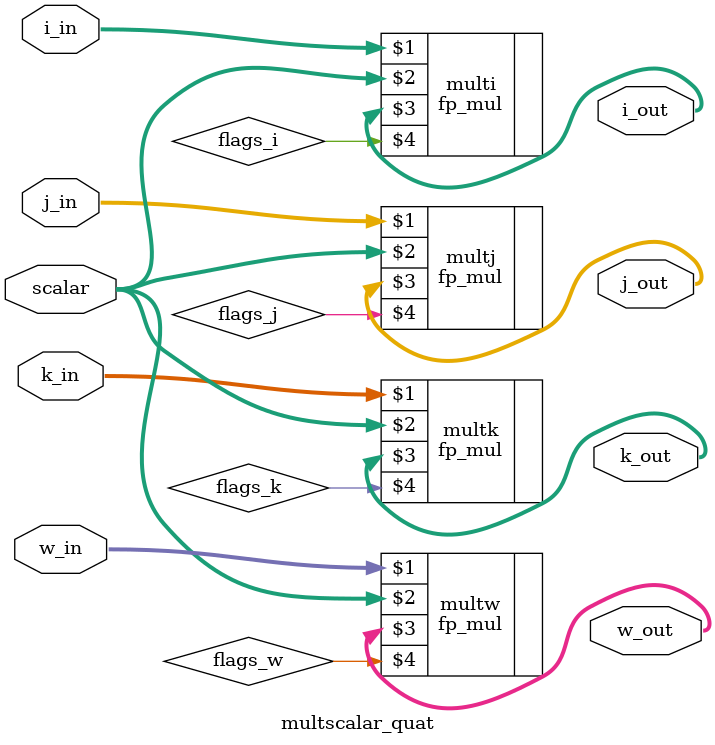
<source format=v>

`timescale 1 ps / 1 ps
module normalise_quat(w_in, i_in, j_in, k_in, w_out, i_out, j_out, k_out);

// port definitions
input[15:0] w_in;
input[15:0] i_in;
input[15:0] j_in;
input[15:0] k_in;
output[15:0] w_out;
output[15:0] i_out;
output[15:0] j_out;
output[15:0] k_out;

// internal wires
wire[15:0] w_square, i_square, j_square, k_square, wi, jk, norm, norm_inv;
wire flags_w2, flags_i2, flags_j2, flags_k2, flags_wi, flags_jk, flags_norm, flags_divw, flags_divi, flags_divj, flags_divk; 

// logic
// get squares of each element
fp_mul w2(w_in, w_in, w_square, flags_w2);
fp_mul i2(i_in, i_in, i_square, flags_i2);
fp_mul j2(j_in, j_in, j_square, flags_j2);
fp_mul k2(k_in, k_in, k_square, flags_k2);
// add them up
fp_as adder1(w_square, i_square, 1'b0, wi);
fp_as adder2(j_square, k_square, 1'b0, jk);
fp_as adder3(wi, jk, 1'b0, norm);
// get inverse square root of norm
fp_invsqrt inv1(norm, norm_inv);
// multiply each element by the sqrt of norm now
fp_mul div_w(w_in, norm_inv, w_out, flags_divw);
fp_mul div_i(i_in, norm_inv, i_out, flags_divi);
fp_mul div_j(j_in, norm_inv, j_out, flags_divj);
fp_mul div_k(k_in, norm_inv, k_out, flags_divk);

endmodule

module mult_quat(w_in1, i_in1, j_in1, k_in1, w_in2, i_in2, j_in2, k_in2, w_out, i_out, j_out, k_out);

// port definitions
input [15:0] w_in1, i_in1, j_in1, k_in1, w_in2, i_in2, j_in2, k_in2;
output [15:0] w_out, i_out, j_out, k_out;

// internal wires
wire[15:0] w1w2, w1i2, w1j2, w1k2, i1w2, i1i2, i1j2, i1k2, j1w2, j1i2, j1j2, j1k2, k1w2, k1i2, k1j2, k1k2, wout1, wout2, iout1, iout2, jout1, jout2, kout1, kout2;
wire flags_w1w2, flags_w1i2, flags_w1j2, flags_w1k2, flags_i1w2, flags_i1i2, flags_i1j2, flags_i1k2, flags_j1w2, flags_j1i2, flags_j1j2, flags_j1k2, flags_k1w2, flags_k1i2, flags_k1j2, flags_k1k2;
wire flags_wout1, flags_wout2, flags_iout1, flags_iout2, flags_jout1, flags_jout2, flags_kout1, flags_kout2;
wire flags_wout, flags_iout, flags_jout, flags_kout;

// logic 
// do all the multiplications
fp_mul mw1w2(w_in1, w_in2, w1w2, flags_w1w2);
fp_mul mw1i2(w_in1, i_in2, w1i2, flags_w1i2);
fp_mul mw1j2(w_in1, j_in2, w1j2, flags_w1j2);
fp_mul mw1k2(w_in1, k_in2, w1k2, flags_w1k2);
fp_mul mi1w2(i_in1, w_in2, i1w2, flags_i1w2);
fp_mul mi1i2(i_in1, i_in2, i1i2, flags_i1i2);
fp_mul mi1j2(i_in1, j_in2, i1j2, flags_i1j2);
fp_mul mi1k2(i_in1, k_in2, i1k2, flags_i1k2);
fp_mul mj1w2(j_in1, w_in2, j1w2, flags_j1w2);
fp_mul mj1i2(j_in1, i_in2, j1i2, flags_j1i2);
fp_mul mj1j2(j_in1, j_in2, j1j2, flags_j1j2);
fp_mul mj1k2(j_in1, k_in2, j1k2, flags_j1k2);
fp_mul mk1w2(k_in1, w_in2, k1w2, flags_k1w2);
fp_mul mk1i2(k_in1, i_in2, k1i2, flags_k1i2);
fp_mul mk1j2(k_in1, j_in2, k1j2, flags_k1j2);
fp_mul mk1k2(k_in1, k_in2, k1k2, flags_k1k2);
// add the relevant parts and output
// for wout
fp_as asw1(w1w2, i1i2, 1'b1, wout1);
fp_as asw2(j1j2, k1k2, 1'b0, wout2);
fp_as asw3(wout1, wout2, 1'b1, w_out);
// for iout
fp_as asi1(w1i2, i1w2, 1'b0, iout1);
fp_as asi2(j1k2, k1j2, 1'b1, iout2);
fp_as asi3(iout1, iout2, 1'b0, i_out);
// for jout
fp_as asj1(w1j2, i1k2, 1'b1, jout1);
fp_as asj2(j1w2, k1i2, 1'b0, jout2);
fp_as asj3(jout1, jout2, 1'b0, j_out);
// for kout
fp_as ask1(w1k2, i1j2, 1'b0, kout1);
fp_as ask2(j1i2, k1w2, 1'b1, kout2);
fp_as ask3(kout1, kout2, 1'b1, k_out);

endmodule

module addsub_quat(w_in1, i_in1, j_in1, k_in1, w_in2, i_in2, j_in2, k_in2, select, w_out, i_out, j_out, k_out);

// port definitions
input wire [15:0] w_in1, i_in1, j_in1, k_in1, w_in2, i_in2, j_in2, k_in2;
input wire select; // 0 = add, 1 = subtract
output wire [15:0] w_out, i_out, j_out, k_out;

//internal wires
wire[5:0] flags_w, flags_i, flags_j, flags_k;

// logic
fp_as asw(w_in1, w_in2, select, w_out);
fp_as asi(i_in1, i_in2, select, i_out);
fp_as asj(j_in1, j_in2, select, j_out);
fp_as ask(k_in1, k_in2, select, k_out);

endmodule

module multscalar_quat(w_in, i_in, j_in, k_in, scalar, w_out, i_out, j_out, k_out);

// port definitions
input[15:0] w_in;
input[15:0] i_in;
input[15:0] j_in;
input[15:0] k_in;
input[15:0] scalar;
output[15:0] w_out;
output[15:0] i_out;
output[15:0] j_out;
output[15:0] k_out;

//internal wires
wire flags_w, flags_i, flags_j, flags_k;

// logic 
fp_mul multw(w_in, scalar, w_out, flags_w);
fp_mul multi(i_in, scalar, i_out, flags_i);
fp_mul multj(j_in, scalar, j_out, flags_j);
fp_mul multk(k_in, scalar, k_out, flags_k);

endmodule


</source>
